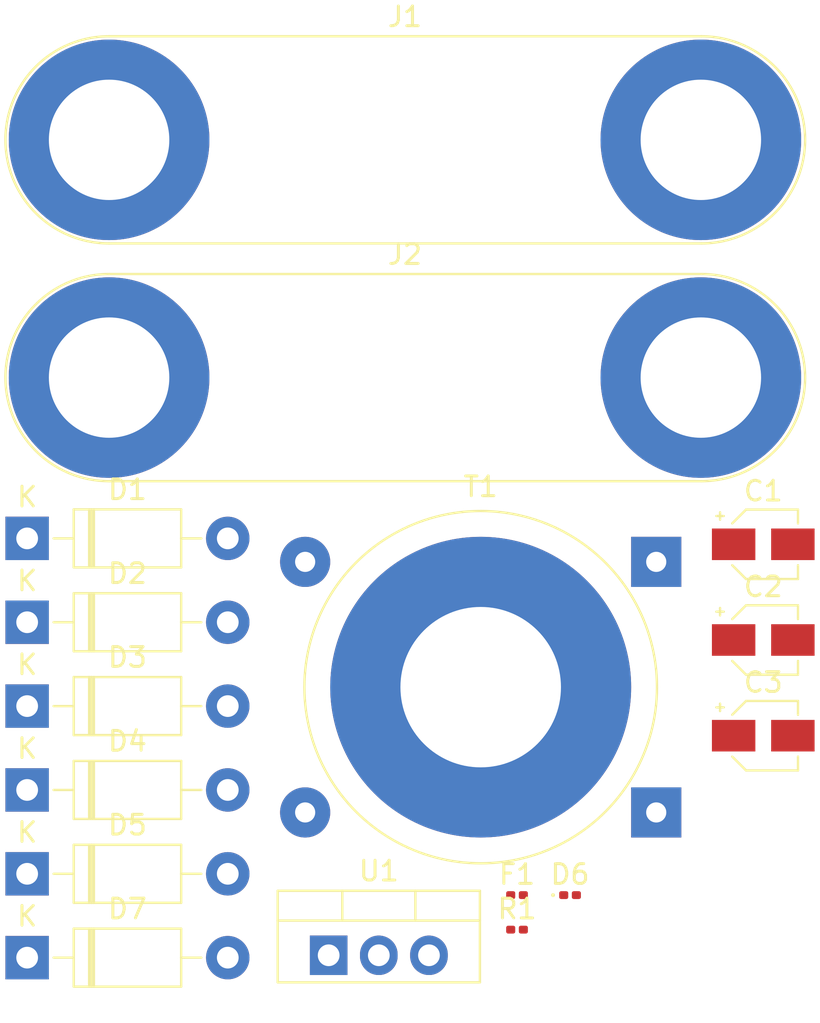
<source format=kicad_pcb>
(kicad_pcb (version 20221018) (generator pcbnew)
  (layers (0 "F.Cu" signal) (31 "B.Cu" signal) (34 "B.Paste" user) (35 "F.Paste" user) (36 "B.SilkS" user "B.Silkscreen") (37 "F.SilkS" user "F.Silkscreen") (38 "B.Mask" user) (39 "F.Mask" user) (44 "Edge.Cuts" user))
  (net 0 "")
  (net 1 "Net-(D3-K)")
  (net 2 "GND")
  (net 3 "Net-(D5-A)")
  (net 4 "Net-(D1-K)")
  (net 5 "Net-(D2-K)")
  (net 6 "Net-(D6-A)")
  (net 7 "Net-(D7-A)")
  (net 8 "Net-(J1-Pin_1)")
  (net 9 "Net-(T1-AA)")
  (net 10 "Net-(J1-Pin_2)")
  (footprint "Capacitor_SMD:CP_Elec_3x5.3" (layer "F.Cu") (at 95.02 63.96)
    (fp_text reference "C1" (at 0 -2.7) (layer "F.SilkS"))
    (fp_text value "470uF")
    (fp_line (start -2.375 -1.435) (end -2 -1.435) (stroke (width 0.12)) (layer "F.SilkS"))
    (fp_line (start -2.1875 -1.6225) (end -2.1875 -1.2475) (stroke (width 0.12)) (layer "F.SilkS"))
    (fp_line (start -1.570563 -1.06) (end -0.870563 -1.76) (stroke (width 0.12)) (layer "F.SilkS"))
    (fp_line (start -1.570563 1.06) (end -0.870563 1.76) (stroke (width 0.12)) (layer "F.SilkS"))
    (fp_line (start -0.870563 -1.76) (end 1.76 -1.76) (stroke (width 0.12)) (layer "F.SilkS"))
    (fp_line (start -0.870563 1.76) (end 1.76 1.76) (stroke (width 0.12)) (layer "F.SilkS"))
    (fp_line (start 1.76 -1.76) (end 1.76 -1.06) (stroke (width 0.12)) (layer "F.SilkS"))
    (fp_line (start 1.76 1.76) (end 1.76 1.06) (stroke (width 0.12)) (layer "F.SilkS"))
    (pad "1" smd rect (at -1.5 0) (size 2.2 1.6) (layers "F.Cu" "F.Paste" "F.Mask") (net 1 "Net-(D3-K)"))
    (pad "2" smd rect (at 1.5 0) (size 2.2 1.6) (layers "F.Cu" "F.Paste" "F.Mask") (net 2 "GND"))
  )
  (footprint "Diode_THT:D_DO-41_SOD81_P10.16mm_Horizontal" (layer "F.Cu") (at 57.74 67.91)
    (fp_text reference "D2" (at 5.08 -2.47) (layer "F.SilkS"))
    (fp_text value "1N4001")
    (fp_text user "K" (at 0 -2.1) (layer "F.SilkS"))
    (fp_line (start 1.34 0) (end 2.36 0) (stroke (width 0.12)) (layer "F.SilkS"))
    (fp_line (start 2.36 -1.47) (end 2.36 1.47) (stroke (width 0.12)) (layer "F.SilkS"))
    (fp_line (start 2.36 1.47) (end 7.8 1.47) (stroke (width 0.12)) (layer "F.SilkS"))
    (fp_line (start 3.14 -1.47) (end 3.14 1.47) (stroke (width 0.12)) (layer "F.SilkS"))
    (fp_line (start 3.26 -1.47) (end 3.26 1.47) (stroke (width 0.12)) (layer "F.SilkS"))
    (fp_line (start 3.38 -1.47) (end 3.38 1.47) (stroke (width 0.12)) (layer "F.SilkS"))
    (fp_line (start 7.8 -1.47) (end 2.36 -1.47) (stroke (width 0.12)) (layer "F.SilkS"))
    (fp_line (start 7.8 1.47) (end 7.8 -1.47) (stroke (width 0.12)) (layer "F.SilkS"))
    (fp_line (start 8.82 0) (end 7.8 0) (stroke (width 0.12)) (layer "F.SilkS"))
    (pad "1" thru_hole rect (at 0 0) (size 2.2 2.2) (drill 1.1) (layers "*.Cu" "*.Mask") (net 5 "Net-(D2-K)"))
    (pad "2" thru_hole oval (at 10.16 0) (size 2.2 2.2) (drill 1.1) (layers "*.Cu" "*.Mask") (net 2 "GND"))
  )
  (footprint "Connector:Banana_Jack_2Pin" (layer "F.Cu") (at 61.89 43.46)
    (fp_text reference "J1" (at 14.985 -6.24) (layer "F.SilkS"))
    (fp_text value "220Vrms. 50Hz")
    (fp_line (start 0 5.25) (end 30 5.25) (stroke (width 0.12)) (layer "F.SilkS"))
    (fp_line (start 30 -5.25) (end 0 -5.25) (stroke (width 0.12)) (layer "F.SilkS"))
    (fp_arc (start 0 5.25) (mid -5.25 0) (end 0 -5.25) (stroke (width 0.12)) (layer "F.SilkS"))
    (fp_arc (start 30 -5.25) (mid 35.25 0) (end 30 5.25) (stroke (width 0.12)) (layer "F.SilkS"))
    (pad "1" thru_hole circle (at 0 0) (size 10.16 10.16) (drill 6.1) (layers "*.Cu" "*.Mask") (net 8 "Net-(J1-Pin_1)"))
    (pad "2" thru_hole circle (at 29.97 0) (size 10.16 10.16) (drill 6.1) (layers "*.Cu" "*.Mask") (net 10 "Net-(J1-Pin_2)"))
  )
  (footprint "Capacitor_SMD:CP_Elec_3x5.3" (layer "F.Cu") (at 95.02 68.81)
    (fp_text reference "C2" (at 0 -2.7) (layer "F.SilkS"))
    (fp_text value "0.33uF")
    (fp_line (start -2.375 -1.435) (end -2 -1.435) (stroke (width 0.12)) (layer "F.SilkS"))
    (fp_line (start -2.1875 -1.6225) (end -2.1875 -1.2475) (stroke (width 0.12)) (layer "F.SilkS"))
    (fp_line (start -1.570563 -1.06) (end -0.870563 -1.76) (stroke (width 0.12)) (layer "F.SilkS"))
    (fp_line (start -1.570563 1.06) (end -0.870563 1.76) (stroke (width 0.12)) (layer "F.SilkS"))
    (fp_line (start -0.870563 -1.76) (end 1.76 -1.76) (stroke (width 0.12)) (layer "F.SilkS"))
    (fp_line (start -0.870563 1.76) (end 1.76 1.76) (stroke (width 0.12)) (layer "F.SilkS"))
    (fp_line (start 1.76 -1.76) (end 1.76 -1.06) (stroke (width 0.12)) (layer "F.SilkS"))
    (fp_line (start 1.76 1.76) (end 1.76 1.06) (stroke (width 0.12)) (layer "F.SilkS"))
    (pad "1" smd rect (at -1.5 0) (size 2.2 1.6) (layers "F.Cu" "F.Paste" "F.Mask") (net 1 "Net-(D3-K)"))
    (pad "2" smd rect (at 1.5 0) (size 2.2 1.6) (layers "F.Cu" "F.Paste" "F.Mask") (net 2 "GND"))
  )
  (footprint "Resistor_SMD:R_0201_0603Metric" (layer "F.Cu") (at 82.55 81.74)
    (fp_text reference "F1" (at 0 -1.05) (layer "F.SilkS"))
    (fp_text value "Fuse 1A")
    (pad "1" smd roundrect (at -0.32 0) (size 0.46 0.4) (layers "F.Cu" "F.Mask") (net 8 "Net-(J1-Pin_1)"))
    (pad "2" smd roundrect (at 0.32 0) (size 0.46 0.4) (layers "F.Cu" "F.Mask") (net 9 "Net-(T1-AA)"))
  )
  (footprint "Transformer_THT:Transformer_Toroid_Horizontal_D18.0mm" (layer "F.Cu") (at 71.82 64.85)
    (fp_text reference "T1" (at 8.89 -3.81) (layer "F.SilkS"))
    (fp_text value "Transformer")
    (fp_circle (center 8.89 6.35) (end 17.49 8.75) (stroke (width 0.12)) (fill none) (layer "F.SilkS"))
    (pad "" thru_hole circle (at 8.89 6.35) (size 15.24 15.24) (drill 8.13) (layers "*.Cu" "*.Mask"))
    (pad "1" thru_hole circle (at 0 0) (size 2.54 2.54) (drill 1.02) (layers "*.Cu" "*.Mask") (net 9 "Net-(T1-AA)"))
    (pad "2" thru_hole circle (at 0 12.7) (size 2.54 2.54) (drill 1.02) (layers "*.Cu" "*.Mask") (net 10 "Net-(J1-Pin_2)"))
    (pad "3" thru_hole rect (at 17.78 0) (size 2.54 2.54) (drill 1.02) (layers "*.Cu" "*.Mask") (net 5 "Net-(D2-K)"))
    (pad "4" thru_hole rect (at 17.78 12.7) (size 2.54 2.54) (drill 1.02) (layers "*.Cu" "*.Mask") (net 4 "Net-(D1-K)"))
  )
  (footprint "LED_SMD:LED_0201_0603Metric" (layer "F.Cu") (at 85.235 81.74)
    (fp_text reference "D6" (at 0 -1.05) (layer "F.SilkS"))
    (fp_text value "LED")
    (fp_circle (center -0.86 0) (end -0.81 0) (stroke (width 0.1)) (fill none) (layer "F.SilkS"))
    (pad "1" smd roundrect (at -0.32 0) (size 0.46 0.4) (layers "F.Cu" "F.Mask") (net 2 "GND"))
    (pad "2" smd roundrect (at 0.32 0) (size 0.46 0.4) (layers "F.Cu" "F.Mask") (net 6 "Net-(D6-A)"))
  )
  (footprint "Diode_THT:D_DO-41_SOD81_P10.16mm_Horizontal" (layer "F.Cu") (at 57.74 80.66)
    (fp_text reference "D5" (at 5.08 -2.47) (layer "F.SilkS"))
    (fp_text value "1N4001")
    (fp_text user "K" (at 0 -2.1) (layer "F.SilkS"))
    (fp_line (start 1.34 0) (end 2.36 0) (stroke (width 0.12)) (layer "F.SilkS"))
    (fp_line (start 2.36 -1.47) (end 2.36 1.47) (stroke (width 0.12)) (layer "F.SilkS"))
    (fp_line (start 2.36 1.47) (end 7.8 1.47) (stroke (width 0.12)) (layer "F.SilkS"))
    (fp_line (start 3.14 -1.47) (end 3.14 1.47) (stroke (width 0.12)) (layer "F.SilkS"))
    (fp_line (start 3.26 -1.47) (end 3.26 1.47) (stroke (width 0.12)) (layer "F.SilkS"))
    (fp_line (start 3.38 -1.47) (end 3.38 1.47) (stroke (width 0.12)) (layer "F.SilkS"))
    (fp_line (start 7.8 -1.47) (end 2.36 -1.47) (stroke (width 0.12)) (layer "F.SilkS"))
    (fp_line (start 7.8 1.47) (end 7.8 -1.47) (stroke (width 0.12)) (layer "F.SilkS"))
    (fp_line (start 8.82 0) (end 7.8 0) (stroke (width 0.12)) (layer "F.SilkS"))
    (pad "1" thru_hole rect (at 0 0) (size 2.2 2.2) (drill 1.1) (layers "*.Cu" "*.Mask") (net 1 "Net-(D3-K)"))
    (pad "2" thru_hole oval (at 10.16 0) (size 2.2 2.2) (drill 1.1) (layers "*.Cu" "*.Mask") (net 3 "Net-(D5-A)"))
  )
  (footprint "Connector:Banana_Jack_2Pin" (layer "F.Cu") (at 61.89 55.51)
    (fp_text reference "J2" (at 14.985 -6.24) (layer "F.SilkS"))
    (fp_text value "5V DC Output")
    (fp_line (start 0 5.25) (end 30 5.25) (stroke (width 0.12)) (layer "F.SilkS"))
    (fp_line (start 30 -5.25) (end 0 -5.25) (stroke (width 0.12)) (layer "F.SilkS"))
    (fp_arc (start 0 5.25) (mid -5.25 0) (end 0 -5.25) (stroke (width 0.12)) (layer "F.SilkS"))
    (fp_arc (start 30 -5.25) (mid 35.25 0) (end 30 5.25) (stroke (width 0.12)) (layer "F.SilkS"))
    (pad "1" thru_hole circle (at 0 0) (size 10.16 10.16) (drill 6.1) (layers "*.Cu" "*.Mask") (net 7 "Net-(D7-A)"))
    (pad "2" thru_hole circle (at 29.97 0) (size 10.16 10.16) (drill 6.1) (layers "*.Cu" "*.Mask") (net 2 "GND"))
  )
  (footprint "Diode_THT:D_DO-41_SOD81_P10.16mm_Horizontal" (layer "F.Cu") (at 57.74 72.16)
    (fp_text reference "D3" (at 5.08 -2.47) (layer "F.SilkS"))
    (fp_text value "1N4001")
    (fp_text user "K" (at 0 -2.1) (layer "F.SilkS"))
    (fp_line (start 1.34 0) (end 2.36 0) (stroke (width 0.12)) (layer "F.SilkS"))
    (fp_line (start 2.36 -1.47) (end 2.36 1.47) (stroke (width 0.12)) (layer "F.SilkS"))
    (fp_line (start 2.36 1.47) (end 7.8 1.47) (stroke (width 0.12)) (layer "F.SilkS"))
    (fp_line (start 3.14 -1.47) (end 3.14 1.47) (stroke (width 0.12)) (layer "F.SilkS"))
    (fp_line (start 3.26 -1.47) (end 3.26 1.47) (stroke (width 0.12)) (layer "F.SilkS"))
    (fp_line (start 3.38 -1.47) (end 3.38 1.47) (stroke (width 0.12)) (layer "F.SilkS"))
    (fp_line (start 7.8 -1.47) (end 2.36 -1.47) (stroke (width 0.12)) (layer "F.SilkS"))
    (fp_line (start 7.8 1.47) (end 7.8 -1.47) (stroke (width 0.12)) (layer "F.SilkS"))
    (fp_line (start 8.82 0) (end 7.8 0) (stroke (width 0.12)) (layer "F.SilkS"))
    (pad "1" thru_hole rect (at 0 0) (size 2.2 2.2) (drill 1.1) (layers "*.Cu" "*.Mask") (net 1 "Net-(D3-K)"))
    (pad "2" thru_hole oval (at 10.16 0) (size 2.2 2.2) (drill 1.1) (layers "*.Cu" "*.Mask") (net 4 "Net-(D1-K)"))
  )
  (footprint "Diode_THT:D_DO-41_SOD81_P10.16mm_Horizontal" (layer "F.Cu") (at 57.74 76.41)
    (fp_text reference "D4" (at 5.08 -2.47) (layer "F.SilkS"))
    (fp_text value "1N4001")
    (fp_text user "K" (at 0 -2.1) (layer "F.SilkS"))
    (fp_line (start 1.34 0) (end 2.36 0) (stroke (width 0.12)) (layer "F.SilkS"))
    (fp_line (start 2.36 -1.47) (end 2.36 1.47) (stroke (width 0.12)) (layer "F.SilkS"))
    (fp_line (start 2.36 1.47) (end 7.8 1.47) (stroke (width 0.12)) (layer "F.SilkS"))
    (fp_line (start 3.14 -1.47) (end 3.14 1.47) (stroke (width 0.12)) (layer "F.SilkS"))
    (fp_line (start 3.26 -1.47) (end 3.26 1.47) (stroke (width 0.12)) (layer "F.SilkS"))
    (fp_line (start 3.38 -1.47) (end 3.38 1.47) (stroke (width 0.12)) (layer "F.SilkS"))
    (fp_line (start 7.8 -1.47) (end 2.36 -1.47) (stroke (width 0.12)) (layer "F.SilkS"))
    (fp_line (start 7.8 1.47) (end 7.8 -1.47) (stroke (width 0.12)) (layer "F.SilkS"))
    (fp_line (start 8.82 0) (end 7.8 0) (stroke (width 0.12)) (layer "F.SilkS"))
    (pad "1" thru_hole rect (at 0 0) (size 2.2 2.2) (drill 1.1) (layers "*.Cu" "*.Mask") (net 1 "Net-(D3-K)"))
    (pad "2" thru_hole oval (at 10.16 0) (size 2.2 2.2) (drill 1.1) (layers "*.Cu" "*.Mask") (net 5 "Net-(D2-K)"))
  )
  (footprint "Package_TO_SOT_THT:TO-220-3_Vertical" (layer "F.Cu") (at 73.01 84.79)
    (fp_text reference "U1" (at 2.54 -4.27) (layer "F.SilkS"))
    (fp_text value "LM7805_TO220")
    (fp_line (start -2.58 -3.27) (end -2.58 1.371) (stroke (width 0.12)) (layer "F.SilkS"))
    (fp_line (start -2.58 -3.27) (end 7.66 -3.27) (stroke (width 0.12)) (layer "F.SilkS"))
    (fp_line (start -2.58 -1.76) (end 7.66 -1.76) (stroke (width 0.12)) (layer "F.SilkS"))
    (fp_line (start -2.58 1.371) (end 7.66 1.371) (stroke (width 0.12)) (layer "F.SilkS"))
    (fp_line (start 0.69 -3.27) (end 0.69 -1.76) (stroke (width 0.12)) (layer "F.SilkS"))
    (fp_line (start 4.391 -3.27) (end 4.391 -1.76) (stroke (width 0.12)) (layer "F.SilkS"))
    (fp_line (start 7.66 -3.27) (end 7.66 1.371) (stroke (width 0.12)) (layer "F.SilkS"))
    (pad "1" thru_hole rect (at 0 0) (size 1.905 2) (drill 1.1) (layers "*.Cu" "*.Mask") (net 1 "Net-(D3-K)"))
    (pad "2" thru_hole oval (at 2.54 0) (size 1.905 2) (drill 1.1) (layers "*.Cu" "*.Mask") (net 2 "GND"))
    (pad "3" thru_hole oval (at 5.08 0) (size 1.905 2) (drill 1.1) (layers "*.Cu" "*.Mask") (net 3 "Net-(D5-A)"))
  )
  (footprint "Diode_THT:D_DO-41_SOD81_P10.16mm_Horizontal" (layer "F.Cu") (at 57.74 84.91)
    (fp_text reference "D7" (at 5.08 -2.47) (layer "F.SilkS"))
    (fp_text value "1N4001")
    (fp_text user "K" (at 0 -2.1) (layer "F.SilkS"))
    (fp_line (start 1.34 0) (end 2.36 0) (stroke (width 0.12)) (layer "F.SilkS"))
    (fp_line (start 2.36 -1.47) (end 2.36 1.47) (stroke (width 0.12)) (layer "F.SilkS"))
    (fp_line (start 2.36 1.47) (end 7.8 1.47) (stroke (width 0.12)) (layer "F.SilkS"))
    (fp_line (start 3.14 -1.47) (end 3.14 1.47) (stroke (width 0.12)) (layer "F.SilkS"))
    (fp_line (start 3.26 -1.47) (end 3.26 1.47) (stroke (width 0.12)) (layer "F.SilkS"))
    (fp_line (start 3.38 -1.47) (end 3.38 1.47) (stroke (width 0.12)) (layer "F.SilkS"))
    (fp_line (start 7.8 -1.47) (end 2.36 -1.47) (stroke (width 0.12)) (layer "F.SilkS"))
    (fp_line (start 7.8 1.47) (end 7.8 -1.47) (stroke (width 0.12)) (layer "F.SilkS"))
    (fp_line (start 8.82 0) (end 7.8 0) (stroke (width 0.12)) (layer "F.SilkS"))
    (pad "1" thru_hole rect (at 0 0) (size 2.2 2.2) (drill 1.1) (layers "*.Cu" "*.Mask") (net 3 "Net-(D5-A)"))
    (pad "2" thru_hole oval (at 10.16 0) (size 2.2 2.2) (drill 1.1) (layers "*.Cu" "*.Mask") (net 7 "Net-(D7-A)"))
  )
  (footprint "Resistor_SMD:R_0201_0603Metric" (layer "F.Cu") (at 82.55 83.49)
    (fp_text reference "R1" (at 0 -1.05) (layer "F.SilkS"))
    (fp_text value "250")
    (pad "1" smd roundrect (at -0.32 0) (size 0.46 0.4) (layers "F.Cu" "F.Mask") (net 3 "Net-(D5-A)"))
    (pad "2" smd roundrect (at 0.32 0) (size 0.46 0.4) (layers "F.Cu" "F.Mask") (net 6 "Net-(D6-A)"))
  )
  (footprint "Capacitor_SMD:CP_Elec_3x5.3" (layer "F.Cu") (at 95.02 73.66)
    (fp_text reference "C3" (at 0 -2.7) (layer "F.SilkS"))
    (fp_text value "0.1uF")
    (fp_line (start -2.375 -1.435) (end -2 -1.435) (stroke (width 0.12)) (layer "F.SilkS"))
    (fp_line (start -2.1875 -1.6225) (end -2.1875 -1.2475) (stroke (width 0.12)) (layer "F.SilkS"))
    (fp_line (start -1.570563 -1.06) (end -0.870563 -1.76) (stroke (width 0.12)) (layer "F.SilkS"))
    (fp_line (start -1.570563 1.06) (end -0.870563 1.76) (stroke (width 0.12)) (layer "F.SilkS"))
    (fp_line (start -0.870563 -1.76) (end 1.76 -1.76) (stroke (width 0.12)) (layer "F.SilkS"))
    (fp_line (start -0.870563 1.76) (end 1.76 1.76) (stroke (width 0.12)) (layer "F.SilkS"))
    (fp_line (start 1.76 -1.76) (end 1.76 -1.06) (stroke (width 0.12)) (layer "F.SilkS"))
    (fp_line (start 1.76 1.76) (end 1.76 1.06) (stroke (width 0.12)) (layer "F.SilkS"))
    (pad "1" smd rect (at -1.5 0) (size 2.2 1.6) (layers "F.Cu" "F.Paste" "F.Mask") (net 3 "Net-(D5-A)"))
    (pad "2" smd rect (at 1.5 0) (size 2.2 1.6) (layers "F.Cu" "F.Paste" "F.Mask") (net 2 "GND"))
  )
  (footprint "Diode_THT:D_DO-41_SOD81_P10.16mm_Horizontal" (layer "F.Cu") (at 57.74 63.66)
    (fp_text reference "D1" (at 5.08 -2.47) (layer "F.SilkS"))
    (fp_text value "1N4001")
    (fp_text user "K" (at 0 -2.1) (layer "F.SilkS"))
    (fp_line (start 1.34 0) (end 2.36 0) (stroke (width 0.12)) (layer "F.SilkS"))
    (fp_line (start 2.36 -1.47) (end 2.36 1.47) (stroke (width 0.12)) (layer "F.SilkS"))
    (fp_line (start 2.36 1.47) (end 7.8 1.47) (stroke (width 0.12)) (layer "F.SilkS"))
    (fp_line (start 3.14 -1.47) (end 3.14 1.47) (stroke (width 0.12)) (layer "F.SilkS"))
    (fp_line (start 3.26 -1.47) (end 3.26 1.47) (stroke (width 0.12)) (layer "F.SilkS"))
    (fp_line (start 3.38 -1.47) (end 3.38 1.47) (stroke (width 0.12)) (layer "F.SilkS"))
    (fp_line (start 7.8 -1.47) (end 2.36 -1.47) (stroke (width 0.12)) (layer "F.SilkS"))
    (fp_line (start 7.8 1.47) (end 7.8 -1.47) (stroke (width 0.12)) (layer "F.SilkS"))
    (fp_line (start 8.82 0) (end 7.8 0) (stroke (width 0.12)) (layer "F.SilkS"))
    (pad "1" thru_hole rect (at 0 0) (size 2.2 2.2) (drill 1.1) (layers "*.Cu" "*.Mask") (net 4 "Net-(D1-K)"))
    (pad "2" thru_hole oval (at 10.16 0) (size 2.2 2.2) (drill 1.1) (layers "*.Cu" "*.Mask") (net 2 "GND"))
  )
)
</source>
